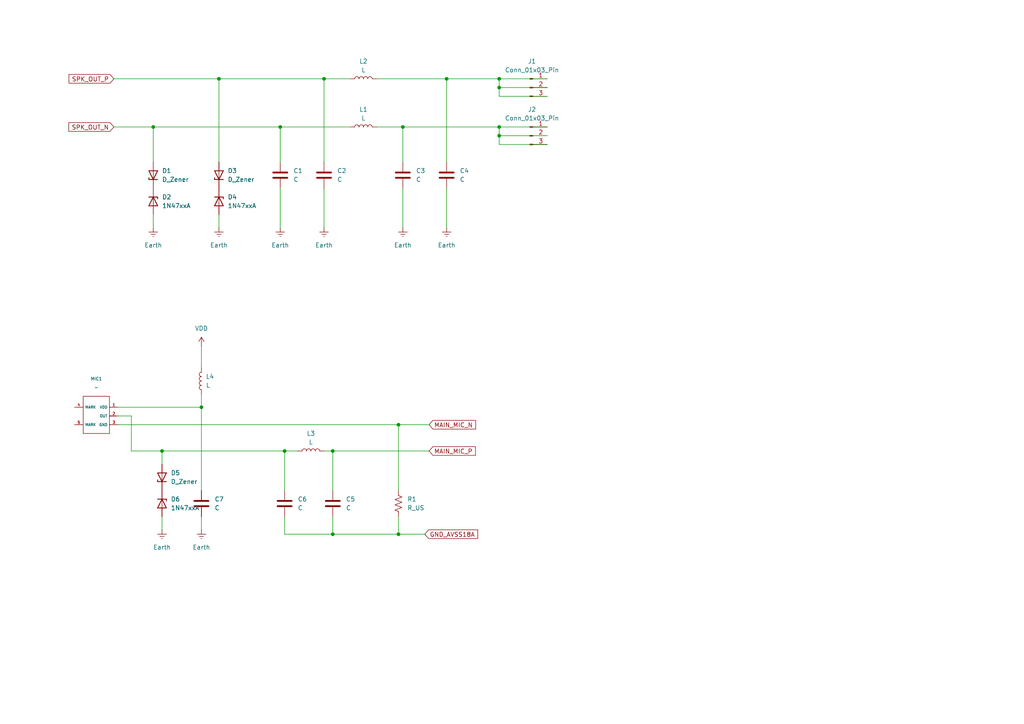
<source format=kicad_sch>
(kicad_sch
	(version 20250114)
	(generator "eeschema")
	(generator_version "9.0")
	(uuid "ccbd5fc8-cc7d-419b-8512-cfca8bce4a65")
	(paper "A4")
	(lib_symbols
		(symbol "Connector:Conn_01x03_Pin"
			(pin_names
				(offset 1.016)
				(hide yes)
			)
			(exclude_from_sim no)
			(in_bom yes)
			(on_board yes)
			(property "Reference" "J"
				(at 0 5.08 0)
				(effects
					(font
						(size 1.27 1.27)
					)
				)
			)
			(property "Value" "Conn_01x03_Pin"
				(at 0 -5.08 0)
				(effects
					(font
						(size 1.27 1.27)
					)
				)
			)
			(property "Footprint" ""
				(at 0 0 0)
				(effects
					(font
						(size 1.27 1.27)
					)
					(hide yes)
				)
			)
			(property "Datasheet" "~"
				(at 0 0 0)
				(effects
					(font
						(size 1.27 1.27)
					)
					(hide yes)
				)
			)
			(property "Description" "Generic connector, single row, 01x03, script generated"
				(at 0 0 0)
				(effects
					(font
						(size 1.27 1.27)
					)
					(hide yes)
				)
			)
			(property "ki_locked" ""
				(at 0 0 0)
				(effects
					(font
						(size 1.27 1.27)
					)
				)
			)
			(property "ki_keywords" "connector"
				(at 0 0 0)
				(effects
					(font
						(size 1.27 1.27)
					)
					(hide yes)
				)
			)
			(property "ki_fp_filters" "Connector*:*_1x??_*"
				(at 0 0 0)
				(effects
					(font
						(size 1.27 1.27)
					)
					(hide yes)
				)
			)
			(symbol "Conn_01x03_Pin_1_1"
				(rectangle
					(start 0.8636 2.667)
					(end 0 2.413)
					(stroke
						(width 0.1524)
						(type default)
					)
					(fill
						(type outline)
					)
				)
				(rectangle
					(start 0.8636 0.127)
					(end 0 -0.127)
					(stroke
						(width 0.1524)
						(type default)
					)
					(fill
						(type outline)
					)
				)
				(rectangle
					(start 0.8636 -2.413)
					(end 0 -2.667)
					(stroke
						(width 0.1524)
						(type default)
					)
					(fill
						(type outline)
					)
				)
				(polyline
					(pts
						(xy 1.27 2.54) (xy 0.8636 2.54)
					)
					(stroke
						(width 0.1524)
						(type default)
					)
					(fill
						(type none)
					)
				)
				(polyline
					(pts
						(xy 1.27 0) (xy 0.8636 0)
					)
					(stroke
						(width 0.1524)
						(type default)
					)
					(fill
						(type none)
					)
				)
				(polyline
					(pts
						(xy 1.27 -2.54) (xy 0.8636 -2.54)
					)
					(stroke
						(width 0.1524)
						(type default)
					)
					(fill
						(type none)
					)
				)
				(pin passive line
					(at 5.08 2.54 180)
					(length 3.81)
					(name "Pin_1"
						(effects
							(font
								(size 1.27 1.27)
							)
						)
					)
					(number "1"
						(effects
							(font
								(size 1.27 1.27)
							)
						)
					)
				)
				(pin passive line
					(at 5.08 0 180)
					(length 3.81)
					(name "Pin_2"
						(effects
							(font
								(size 1.27 1.27)
							)
						)
					)
					(number "2"
						(effects
							(font
								(size 1.27 1.27)
							)
						)
					)
				)
				(pin passive line
					(at 5.08 -2.54 180)
					(length 3.81)
					(name "Pin_3"
						(effects
							(font
								(size 1.27 1.27)
							)
						)
					)
					(number "3"
						(effects
							(font
								(size 1.27 1.27)
							)
						)
					)
				)
			)
			(embedded_fonts no)
		)
		(symbol "Device:C"
			(pin_numbers
				(hide yes)
			)
			(pin_names
				(offset 0.254)
			)
			(exclude_from_sim no)
			(in_bom yes)
			(on_board yes)
			(property "Reference" "C"
				(at 0.635 2.54 0)
				(effects
					(font
						(size 1.27 1.27)
					)
					(justify left)
				)
			)
			(property "Value" "C"
				(at 0.635 -2.54 0)
				(effects
					(font
						(size 1.27 1.27)
					)
					(justify left)
				)
			)
			(property "Footprint" ""
				(at 0.9652 -3.81 0)
				(effects
					(font
						(size 1.27 1.27)
					)
					(hide yes)
				)
			)
			(property "Datasheet" "~"
				(at 0 0 0)
				(effects
					(font
						(size 1.27 1.27)
					)
					(hide yes)
				)
			)
			(property "Description" "Unpolarized capacitor"
				(at 0 0 0)
				(effects
					(font
						(size 1.27 1.27)
					)
					(hide yes)
				)
			)
			(property "ki_keywords" "cap capacitor"
				(at 0 0 0)
				(effects
					(font
						(size 1.27 1.27)
					)
					(hide yes)
				)
			)
			(property "ki_fp_filters" "C_*"
				(at 0 0 0)
				(effects
					(font
						(size 1.27 1.27)
					)
					(hide yes)
				)
			)
			(symbol "C_0_1"
				(polyline
					(pts
						(xy -2.032 0.762) (xy 2.032 0.762)
					)
					(stroke
						(width 0.508)
						(type default)
					)
					(fill
						(type none)
					)
				)
				(polyline
					(pts
						(xy -2.032 -0.762) (xy 2.032 -0.762)
					)
					(stroke
						(width 0.508)
						(type default)
					)
					(fill
						(type none)
					)
				)
			)
			(symbol "C_1_1"
				(pin passive line
					(at 0 3.81 270)
					(length 2.794)
					(name "~"
						(effects
							(font
								(size 1.27 1.27)
							)
						)
					)
					(number "1"
						(effects
							(font
								(size 1.27 1.27)
							)
						)
					)
				)
				(pin passive line
					(at 0 -3.81 90)
					(length 2.794)
					(name "~"
						(effects
							(font
								(size 1.27 1.27)
							)
						)
					)
					(number "2"
						(effects
							(font
								(size 1.27 1.27)
							)
						)
					)
				)
			)
			(embedded_fonts no)
		)
		(symbol "Device:D_Zener"
			(pin_numbers
				(hide yes)
			)
			(pin_names
				(offset 1.016)
				(hide yes)
			)
			(exclude_from_sim no)
			(in_bom yes)
			(on_board yes)
			(property "Reference" "D"
				(at 0 2.54 0)
				(effects
					(font
						(size 1.27 1.27)
					)
				)
			)
			(property "Value" "D_Zener"
				(at 0 -2.54 0)
				(effects
					(font
						(size 1.27 1.27)
					)
				)
			)
			(property "Footprint" ""
				(at 0 0 0)
				(effects
					(font
						(size 1.27 1.27)
					)
					(hide yes)
				)
			)
			(property "Datasheet" "~"
				(at 0 0 0)
				(effects
					(font
						(size 1.27 1.27)
					)
					(hide yes)
				)
			)
			(property "Description" "Zener diode"
				(at 0 0 0)
				(effects
					(font
						(size 1.27 1.27)
					)
					(hide yes)
				)
			)
			(property "ki_keywords" "diode"
				(at 0 0 0)
				(effects
					(font
						(size 1.27 1.27)
					)
					(hide yes)
				)
			)
			(property "ki_fp_filters" "TO-???* *_Diode_* *SingleDiode* D_*"
				(at 0 0 0)
				(effects
					(font
						(size 1.27 1.27)
					)
					(hide yes)
				)
			)
			(symbol "D_Zener_0_1"
				(polyline
					(pts
						(xy -1.27 -1.27) (xy -1.27 1.27) (xy -0.762 1.27)
					)
					(stroke
						(width 0.254)
						(type default)
					)
					(fill
						(type none)
					)
				)
				(polyline
					(pts
						(xy 1.27 0) (xy -1.27 0)
					)
					(stroke
						(width 0)
						(type default)
					)
					(fill
						(type none)
					)
				)
				(polyline
					(pts
						(xy 1.27 -1.27) (xy 1.27 1.27) (xy -1.27 0) (xy 1.27 -1.27)
					)
					(stroke
						(width 0.254)
						(type default)
					)
					(fill
						(type none)
					)
				)
			)
			(symbol "D_Zener_1_1"
				(pin passive line
					(at -3.81 0 0)
					(length 2.54)
					(name "K"
						(effects
							(font
								(size 1.27 1.27)
							)
						)
					)
					(number "1"
						(effects
							(font
								(size 1.27 1.27)
							)
						)
					)
				)
				(pin passive line
					(at 3.81 0 180)
					(length 2.54)
					(name "A"
						(effects
							(font
								(size 1.27 1.27)
							)
						)
					)
					(number "2"
						(effects
							(font
								(size 1.27 1.27)
							)
						)
					)
				)
			)
			(embedded_fonts no)
		)
		(symbol "Device:L"
			(pin_numbers
				(hide yes)
			)
			(pin_names
				(offset 1.016)
				(hide yes)
			)
			(exclude_from_sim no)
			(in_bom yes)
			(on_board yes)
			(property "Reference" "L"
				(at -1.27 0 90)
				(effects
					(font
						(size 1.27 1.27)
					)
				)
			)
			(property "Value" "L"
				(at 1.905 0 90)
				(effects
					(font
						(size 1.27 1.27)
					)
				)
			)
			(property "Footprint" ""
				(at 0 0 0)
				(effects
					(font
						(size 1.27 1.27)
					)
					(hide yes)
				)
			)
			(property "Datasheet" "~"
				(at 0 0 0)
				(effects
					(font
						(size 1.27 1.27)
					)
					(hide yes)
				)
			)
			(property "Description" "Inductor"
				(at 0 0 0)
				(effects
					(font
						(size 1.27 1.27)
					)
					(hide yes)
				)
			)
			(property "ki_keywords" "inductor choke coil reactor magnetic"
				(at 0 0 0)
				(effects
					(font
						(size 1.27 1.27)
					)
					(hide yes)
				)
			)
			(property "ki_fp_filters" "Choke_* *Coil* Inductor_* L_*"
				(at 0 0 0)
				(effects
					(font
						(size 1.27 1.27)
					)
					(hide yes)
				)
			)
			(symbol "L_0_1"
				(arc
					(start 0 2.54)
					(mid 0.6323 1.905)
					(end 0 1.27)
					(stroke
						(width 0)
						(type default)
					)
					(fill
						(type none)
					)
				)
				(arc
					(start 0 1.27)
					(mid 0.6323 0.635)
					(end 0 0)
					(stroke
						(width 0)
						(type default)
					)
					(fill
						(type none)
					)
				)
				(arc
					(start 0 0)
					(mid 0.6323 -0.635)
					(end 0 -1.27)
					(stroke
						(width 0)
						(type default)
					)
					(fill
						(type none)
					)
				)
				(arc
					(start 0 -1.27)
					(mid 0.6323 -1.905)
					(end 0 -2.54)
					(stroke
						(width 0)
						(type default)
					)
					(fill
						(type none)
					)
				)
			)
			(symbol "L_1_1"
				(pin passive line
					(at 0 3.81 270)
					(length 1.27)
					(name "1"
						(effects
							(font
								(size 1.27 1.27)
							)
						)
					)
					(number "1"
						(effects
							(font
								(size 1.27 1.27)
							)
						)
					)
				)
				(pin passive line
					(at 0 -3.81 90)
					(length 1.27)
					(name "2"
						(effects
							(font
								(size 1.27 1.27)
							)
						)
					)
					(number "2"
						(effects
							(font
								(size 1.27 1.27)
							)
						)
					)
				)
			)
			(embedded_fonts no)
		)
		(symbol "Device:R_US"
			(pin_numbers
				(hide yes)
			)
			(pin_names
				(offset 0)
			)
			(exclude_from_sim no)
			(in_bom yes)
			(on_board yes)
			(property "Reference" "R"
				(at 2.54 0 90)
				(effects
					(font
						(size 1.27 1.27)
					)
				)
			)
			(property "Value" "R_US"
				(at -2.54 0 90)
				(effects
					(font
						(size 1.27 1.27)
					)
				)
			)
			(property "Footprint" ""
				(at 1.016 -0.254 90)
				(effects
					(font
						(size 1.27 1.27)
					)
					(hide yes)
				)
			)
			(property "Datasheet" "~"
				(at 0 0 0)
				(effects
					(font
						(size 1.27 1.27)
					)
					(hide yes)
				)
			)
			(property "Description" "Resistor, US symbol"
				(at 0 0 0)
				(effects
					(font
						(size 1.27 1.27)
					)
					(hide yes)
				)
			)
			(property "ki_keywords" "R res resistor"
				(at 0 0 0)
				(effects
					(font
						(size 1.27 1.27)
					)
					(hide yes)
				)
			)
			(property "ki_fp_filters" "R_*"
				(at 0 0 0)
				(effects
					(font
						(size 1.27 1.27)
					)
					(hide yes)
				)
			)
			(symbol "R_US_0_1"
				(polyline
					(pts
						(xy 0 2.286) (xy 0 2.54)
					)
					(stroke
						(width 0)
						(type default)
					)
					(fill
						(type none)
					)
				)
				(polyline
					(pts
						(xy 0 2.286) (xy 1.016 1.905) (xy 0 1.524) (xy -1.016 1.143) (xy 0 0.762)
					)
					(stroke
						(width 0)
						(type default)
					)
					(fill
						(type none)
					)
				)
				(polyline
					(pts
						(xy 0 0.762) (xy 1.016 0.381) (xy 0 0) (xy -1.016 -0.381) (xy 0 -0.762)
					)
					(stroke
						(width 0)
						(type default)
					)
					(fill
						(type none)
					)
				)
				(polyline
					(pts
						(xy 0 -0.762) (xy 1.016 -1.143) (xy 0 -1.524) (xy -1.016 -1.905) (xy 0 -2.286)
					)
					(stroke
						(width 0)
						(type default)
					)
					(fill
						(type none)
					)
				)
				(polyline
					(pts
						(xy 0 -2.286) (xy 0 -2.54)
					)
					(stroke
						(width 0)
						(type default)
					)
					(fill
						(type none)
					)
				)
			)
			(symbol "R_US_1_1"
				(pin passive line
					(at 0 3.81 270)
					(length 1.27)
					(name "~"
						(effects
							(font
								(size 1.27 1.27)
							)
						)
					)
					(number "1"
						(effects
							(font
								(size 1.27 1.27)
							)
						)
					)
				)
				(pin passive line
					(at 0 -3.81 90)
					(length 1.27)
					(name "~"
						(effects
							(font
								(size 1.27 1.27)
							)
						)
					)
					(number "2"
						(effects
							(font
								(size 1.27 1.27)
							)
						)
					)
				)
			)
			(embedded_fonts no)
		)
		(symbol "Diode:1N47xxA"
			(pin_numbers
				(hide yes)
			)
			(pin_names
				(hide yes)
			)
			(exclude_from_sim no)
			(in_bom yes)
			(on_board yes)
			(property "Reference" "D"
				(at 0 2.54 0)
				(effects
					(font
						(size 1.27 1.27)
					)
				)
			)
			(property "Value" "1N47xxA"
				(at 0 -2.54 0)
				(effects
					(font
						(size 1.27 1.27)
					)
				)
			)
			(property "Footprint" "Diode_THT:D_DO-41_SOD81_P10.16mm_Horizontal"
				(at 0 -4.445 0)
				(effects
					(font
						(size 1.27 1.27)
					)
					(hide yes)
				)
			)
			(property "Datasheet" "https://www.vishay.com/docs/85816/1n4728a.pdf"
				(at 0 0 0)
				(effects
					(font
						(size 1.27 1.27)
					)
					(hide yes)
				)
			)
			(property "Description" "1300mW Silicon planar power Zener diodes, DO-41"
				(at 0 0 0)
				(effects
					(font
						(size 1.27 1.27)
					)
					(hide yes)
				)
			)
			(property "ki_keywords" "zener diode"
				(at 0 0 0)
				(effects
					(font
						(size 1.27 1.27)
					)
					(hide yes)
				)
			)
			(property "ki_fp_filters" "D*DO?41*"
				(at 0 0 0)
				(effects
					(font
						(size 1.27 1.27)
					)
					(hide yes)
				)
			)
			(symbol "1N47xxA_0_1"
				(polyline
					(pts
						(xy -1.27 -1.27) (xy -1.27 1.27) (xy -0.762 1.27)
					)
					(stroke
						(width 0.254)
						(type default)
					)
					(fill
						(type none)
					)
				)
				(polyline
					(pts
						(xy 1.27 0) (xy -1.27 0)
					)
					(stroke
						(width 0)
						(type default)
					)
					(fill
						(type none)
					)
				)
				(polyline
					(pts
						(xy 1.27 -1.27) (xy 1.27 1.27) (xy -1.27 0) (xy 1.27 -1.27)
					)
					(stroke
						(width 0.254)
						(type default)
					)
					(fill
						(type none)
					)
				)
			)
			(symbol "1N47xxA_1_1"
				(pin passive line
					(at -3.81 0 0)
					(length 2.54)
					(name "K"
						(effects
							(font
								(size 1.27 1.27)
							)
						)
					)
					(number "1"
						(effects
							(font
								(size 1.27 1.27)
							)
						)
					)
				)
				(pin passive line
					(at 3.81 0 180)
					(length 2.54)
					(name "A"
						(effects
							(font
								(size 1.27 1.27)
							)
						)
					)
					(number "2"
						(effects
							(font
								(size 1.27 1.27)
							)
						)
					)
				)
			)
			(embedded_fonts no)
		)
		(symbol "New_Library:Microphone"
			(exclude_from_sim no)
			(in_bom yes)
			(on_board yes)
			(property "Reference" "MIC5000"
				(at 0 14.605 0)
				(effects
					(font
						(size 0.889 0.889)
					)
				)
			)
			(property "Value" ""
				(at 0 0 0)
				(effects
					(font
						(size 1.27 1.27)
					)
				)
			)
			(property "Footprint" ""
				(at 0 0 0)
				(effects
					(font
						(size 1.27 1.27)
					)
					(hide yes)
				)
			)
			(property "Datasheet" ""
				(at 0 0 0)
				(effects
					(font
						(size 1.27 1.27)
					)
					(hide yes)
				)
			)
			(property "Description" ""
				(at 0 0 0)
				(effects
					(font
						(size 1.27 1.27)
					)
					(hide yes)
				)
			)
			(symbol "Microphone_0_1"
				(polyline
					(pts
						(xy -3.81 9.525) (xy -5.715 9.525)
					)
					(stroke
						(width 0)
						(type default)
					)
					(fill
						(type none)
					)
				)
				(polyline
					(pts
						(xy -3.81 4.445) (xy -5.715 4.445)
					)
					(stroke
						(width 0)
						(type default)
					)
					(fill
						(type none)
					)
				)
				(polyline
					(pts
						(xy -3.81 1.905) (xy -3.81 12.7) (xy 3.81 12.7) (xy 3.81 1.905) (xy -3.81 1.905) (xy -3.81 2.54)
					)
					(stroke
						(width 0)
						(type default)
					)
					(fill
						(type none)
					)
				)
				(polyline
					(pts
						(xy 3.81 9.525) (xy 5.715 9.525)
					)
					(stroke
						(width 0)
						(type default)
					)
					(fill
						(type none)
					)
				)
				(polyline
					(pts
						(xy 3.81 6.985) (xy 5.715 6.985)
					)
					(stroke
						(width 0)
						(type default)
					)
					(fill
						(type none)
					)
				)
				(polyline
					(pts
						(xy 3.81 4.445) (xy 3.81 4.445)
					)
					(stroke
						(width 0)
						(type default)
					)
					(fill
						(type none)
					)
				)
				(polyline
					(pts
						(xy 3.81 4.445) (xy 5.715 4.445)
					)
					(stroke
						(width 0)
						(type default)
					)
					(fill
						(type none)
					)
				)
				(polyline
					(pts
						(xy 5.715 4.445) (xy 5.715 4.445)
					)
					(stroke
						(width 0)
						(type default)
					)
					(fill
						(type none)
					)
				)
			)
			(symbol "Microphone_1_1"
				(pin free line
					(at -6.35 9.525 0)
					(length 2.54)
					(name "MARK"
						(effects
							(font
								(size 0.762 0.762)
							)
						)
					)
					(number "4"
						(effects
							(font
								(size 0.762 0.762)
							)
						)
					)
				)
				(pin free line
					(at -6.35 4.445 0)
					(length 2.54)
					(name "MARK"
						(effects
							(font
								(size 0.762 0.762)
							)
						)
					)
					(number "5"
						(effects
							(font
								(size 0.762 0.762)
							)
						)
					)
				)
				(pin input line
					(at 6.35 9.525 180)
					(length 2.54)
					(name "VDD"
						(effects
							(font
								(size 0.762 0.762)
							)
						)
					)
					(number "1"
						(effects
							(font
								(size 0.762 0.762)
							)
						)
					)
				)
				(pin input line
					(at 6.35 6.985 180)
					(length 2.54)
					(name "OUT"
						(effects
							(font
								(size 0.762 0.762)
							)
						)
					)
					(number "2"
						(effects
							(font
								(size 0.762 0.762)
							)
						)
					)
				)
				(pin input line
					(at 6.35 4.445 180)
					(length 2.54)
					(name "GND"
						(effects
							(font
								(size 0.762 0.762)
							)
						)
					)
					(number "3"
						(effects
							(font
								(size 0.762 0.762)
							)
						)
					)
				)
			)
			(embedded_fonts no)
		)
		(symbol "power:Earth"
			(power)
			(pin_numbers
				(hide yes)
			)
			(pin_names
				(offset 0)
				(hide yes)
			)
			(exclude_from_sim no)
			(in_bom yes)
			(on_board yes)
			(property "Reference" "#PWR"
				(at 0 -6.35 0)
				(effects
					(font
						(size 1.27 1.27)
					)
					(hide yes)
				)
			)
			(property "Value" "Earth"
				(at 0 -3.81 0)
				(effects
					(font
						(size 1.27 1.27)
					)
				)
			)
			(property "Footprint" ""
				(at 0 0 0)
				(effects
					(font
						(size 1.27 1.27)
					)
					(hide yes)
				)
			)
			(property "Datasheet" "~"
				(at 0 0 0)
				(effects
					(font
						(size 1.27 1.27)
					)
					(hide yes)
				)
			)
			(property "Description" "Power symbol creates a global label with name \"Earth\""
				(at 0 0 0)
				(effects
					(font
						(size 1.27 1.27)
					)
					(hide yes)
				)
			)
			(property "ki_keywords" "global ground gnd"
				(at 0 0 0)
				(effects
					(font
						(size 1.27 1.27)
					)
					(hide yes)
				)
			)
			(symbol "Earth_0_1"
				(polyline
					(pts
						(xy -0.635 -1.905) (xy 0.635 -1.905)
					)
					(stroke
						(width 0)
						(type default)
					)
					(fill
						(type none)
					)
				)
				(polyline
					(pts
						(xy -0.127 -2.54) (xy 0.127 -2.54)
					)
					(stroke
						(width 0)
						(type default)
					)
					(fill
						(type none)
					)
				)
				(polyline
					(pts
						(xy 0 -1.27) (xy 0 0)
					)
					(stroke
						(width 0)
						(type default)
					)
					(fill
						(type none)
					)
				)
				(polyline
					(pts
						(xy 1.27 -1.27) (xy -1.27 -1.27)
					)
					(stroke
						(width 0)
						(type default)
					)
					(fill
						(type none)
					)
				)
			)
			(symbol "Earth_1_1"
				(pin power_in line
					(at 0 0 270)
					(length 0)
					(name "~"
						(effects
							(font
								(size 1.27 1.27)
							)
						)
					)
					(number "1"
						(effects
							(font
								(size 1.27 1.27)
							)
						)
					)
				)
			)
			(embedded_fonts no)
		)
		(symbol "power:VDD"
			(power)
			(pin_numbers
				(hide yes)
			)
			(pin_names
				(offset 0)
				(hide yes)
			)
			(exclude_from_sim no)
			(in_bom yes)
			(on_board yes)
			(property "Reference" "#PWR"
				(at 0 -3.81 0)
				(effects
					(font
						(size 1.27 1.27)
					)
					(hide yes)
				)
			)
			(property "Value" "VDD"
				(at 0 3.556 0)
				(effects
					(font
						(size 1.27 1.27)
					)
				)
			)
			(property "Footprint" ""
				(at 0 0 0)
				(effects
					(font
						(size 1.27 1.27)
					)
					(hide yes)
				)
			)
			(property "Datasheet" ""
				(at 0 0 0)
				(effects
					(font
						(size 1.27 1.27)
					)
					(hide yes)
				)
			)
			(property "Description" "Power symbol creates a global label with name \"VDD\""
				(at 0 0 0)
				(effects
					(font
						(size 1.27 1.27)
					)
					(hide yes)
				)
			)
			(property "ki_keywords" "global power"
				(at 0 0 0)
				(effects
					(font
						(size 1.27 1.27)
					)
					(hide yes)
				)
			)
			(symbol "VDD_0_1"
				(polyline
					(pts
						(xy -0.762 1.27) (xy 0 2.54)
					)
					(stroke
						(width 0)
						(type default)
					)
					(fill
						(type none)
					)
				)
				(polyline
					(pts
						(xy 0 2.54) (xy 0.762 1.27)
					)
					(stroke
						(width 0)
						(type default)
					)
					(fill
						(type none)
					)
				)
				(polyline
					(pts
						(xy 0 0) (xy 0 2.54)
					)
					(stroke
						(width 0)
						(type default)
					)
					(fill
						(type none)
					)
				)
			)
			(symbol "VDD_1_1"
				(pin power_in line
					(at 0 0 90)
					(length 0)
					(name "~"
						(effects
							(font
								(size 1.27 1.27)
							)
						)
					)
					(number "1"
						(effects
							(font
								(size 1.27 1.27)
							)
						)
					)
				)
			)
			(embedded_fonts no)
		)
	)
	(junction
		(at 144.78 22.86)
		(diameter 0)
		(color 0 0 0 0)
		(uuid "0c82f2ad-0a5d-41aa-a208-a1a24f78c0e4")
	)
	(junction
		(at 58.42 118.11)
		(diameter 0)
		(color 0 0 0 0)
		(uuid "129130bc-57b8-4c25-b091-6377b83d7e20")
	)
	(junction
		(at 129.54 22.86)
		(diameter 0)
		(color 0 0 0 0)
		(uuid "14b48e79-8e81-4bed-8a2a-e991d5d3cef9")
	)
	(junction
		(at 96.52 154.94)
		(diameter 0)
		(color 0 0 0 0)
		(uuid "33aa0698-3156-464a-9696-dd16aba6167c")
	)
	(junction
		(at 144.78 39.37)
		(diameter 0)
		(color 0 0 0 0)
		(uuid "3c81be79-0004-4665-b4e4-5c7cc39f8c2e")
	)
	(junction
		(at 96.52 130.81)
		(diameter 0)
		(color 0 0 0 0)
		(uuid "663d211e-6c31-4bf6-82b6-35cc7df9b7b9")
	)
	(junction
		(at 144.78 25.4)
		(diameter 0)
		(color 0 0 0 0)
		(uuid "7f9d60b4-56de-432d-8a6e-b9e5707d3467")
	)
	(junction
		(at 115.57 123.19)
		(diameter 0)
		(color 0 0 0 0)
		(uuid "a5c05074-4e46-4c40-ac87-1980e284a174")
	)
	(junction
		(at 93.98 22.86)
		(diameter 0)
		(color 0 0 0 0)
		(uuid "b6d2e634-7be7-42d5-80fb-02712db1f331")
	)
	(junction
		(at 82.55 130.81)
		(diameter 0)
		(color 0 0 0 0)
		(uuid "bf830852-bea0-4cd8-8166-8260c74e802e")
	)
	(junction
		(at 81.28 36.83)
		(diameter 0)
		(color 0 0 0 0)
		(uuid "c4ceb24c-505d-4292-8091-d870e515b272")
	)
	(junction
		(at 63.5 22.86)
		(diameter 0)
		(color 0 0 0 0)
		(uuid "d11d6949-7f12-41ee-b316-3900aa45405a")
	)
	(junction
		(at 144.78 36.83)
		(diameter 0)
		(color 0 0 0 0)
		(uuid "d99854f6-056b-4d68-8288-23bfd84649c7")
	)
	(junction
		(at 115.57 154.94)
		(diameter 0)
		(color 0 0 0 0)
		(uuid "e4a48d7d-9c8f-4038-bbb7-077cd5cd8d37")
	)
	(junction
		(at 46.99 130.81)
		(diameter 0)
		(color 0 0 0 0)
		(uuid "eea3be03-9d88-44d7-935b-d7638767fe46")
	)
	(junction
		(at 116.84 36.83)
		(diameter 0)
		(color 0 0 0 0)
		(uuid "efb0e1f2-e30b-4adc-a56b-4d6b0e7eaaac")
	)
	(junction
		(at 44.45 36.83)
		(diameter 0)
		(color 0 0 0 0)
		(uuid "fcc0eb90-a90b-4370-878c-a57fce14fe38")
	)
	(wire
		(pts
			(xy 116.84 54.61) (xy 116.84 66.04)
		)
		(stroke
			(width 0)
			(type default)
		)
		(uuid "09d90053-0488-44f9-982e-9b9937303820")
	)
	(wire
		(pts
			(xy 93.98 130.81) (xy 96.52 130.81)
		)
		(stroke
			(width 0)
			(type default)
		)
		(uuid "0b83c0fd-0879-4c4d-bb69-9affb336cf3a")
	)
	(wire
		(pts
			(xy 44.45 62.23) (xy 44.45 66.04)
		)
		(stroke
			(width 0)
			(type default)
		)
		(uuid "19689c7f-4253-477b-9582-19a7cbe81edc")
	)
	(wire
		(pts
			(xy 58.42 118.11) (xy 58.42 142.24)
		)
		(stroke
			(width 0)
			(type default)
		)
		(uuid "2579c892-2dbe-42f8-9ae9-a535f854372d")
	)
	(wire
		(pts
			(xy 144.78 25.4) (xy 158.75 25.4)
		)
		(stroke
			(width 0)
			(type default)
		)
		(uuid "28a3338b-6b1b-45d6-96c7-255eedadcff3")
	)
	(wire
		(pts
			(xy 109.22 36.83) (xy 116.84 36.83)
		)
		(stroke
			(width 0)
			(type default)
		)
		(uuid "2a530863-e4c5-4473-9dbb-21fa0f504052")
	)
	(wire
		(pts
			(xy 144.78 22.86) (xy 158.75 22.86)
		)
		(stroke
			(width 0)
			(type default)
		)
		(uuid "2dd7c9cf-e386-418a-a7d5-179a27e0e13a")
	)
	(wire
		(pts
			(xy 33.02 22.86) (xy 63.5 22.86)
		)
		(stroke
			(width 0)
			(type default)
		)
		(uuid "3126fea9-32f8-4b4e-ba42-2466abaec188")
	)
	(wire
		(pts
			(xy 58.42 149.86) (xy 58.42 153.67)
		)
		(stroke
			(width 0)
			(type default)
		)
		(uuid "313c872e-41ae-4bff-914c-21f9b6cb6b91")
	)
	(wire
		(pts
			(xy 93.98 54.61) (xy 93.98 66.04)
		)
		(stroke
			(width 0)
			(type default)
		)
		(uuid "32378ce3-8dfb-49d6-97a7-428e184532a3")
	)
	(wire
		(pts
			(xy 96.52 154.94) (xy 82.55 154.94)
		)
		(stroke
			(width 0)
			(type default)
		)
		(uuid "37275db6-9977-489c-957b-106c0112c094")
	)
	(wire
		(pts
			(xy 63.5 22.86) (xy 93.98 22.86)
		)
		(stroke
			(width 0)
			(type default)
		)
		(uuid "3b3da0c0-26fc-4537-a150-5f5461486568")
	)
	(wire
		(pts
			(xy 93.98 22.86) (xy 101.6 22.86)
		)
		(stroke
			(width 0)
			(type default)
		)
		(uuid "3e416c8e-9be0-4220-ad4b-6e2591446195")
	)
	(wire
		(pts
			(xy 81.28 36.83) (xy 101.6 36.83)
		)
		(stroke
			(width 0)
			(type default)
		)
		(uuid "42f6b7d2-539f-48ce-b61f-debd791ab2ea")
	)
	(wire
		(pts
			(xy 144.78 27.94) (xy 158.75 27.94)
		)
		(stroke
			(width 0)
			(type default)
		)
		(uuid "4429c497-e5ad-43f2-a4a9-df1f21746885")
	)
	(wire
		(pts
			(xy 82.55 130.81) (xy 82.55 142.24)
		)
		(stroke
			(width 0)
			(type default)
		)
		(uuid "46eaf95a-2822-4755-a66c-31c7806bb295")
	)
	(wire
		(pts
			(xy 46.99 130.81) (xy 82.55 130.81)
		)
		(stroke
			(width 0)
			(type default)
		)
		(uuid "48cfd1fe-97ca-489a-88d0-fa16b39d4f0d")
	)
	(wire
		(pts
			(xy 158.75 39.37) (xy 144.78 39.37)
		)
		(stroke
			(width 0)
			(type default)
		)
		(uuid "49e45850-a25e-45bf-92af-99f9f32a37ba")
	)
	(wire
		(pts
			(xy 115.57 123.19) (xy 124.46 123.19)
		)
		(stroke
			(width 0)
			(type default)
		)
		(uuid "4c42f02b-56ff-4af6-979b-3d6b0deb21b9")
	)
	(wire
		(pts
			(xy 44.45 36.83) (xy 81.28 36.83)
		)
		(stroke
			(width 0)
			(type default)
		)
		(uuid "4f947a36-d730-4625-b072-61a17ade420e")
	)
	(wire
		(pts
			(xy 115.57 149.86) (xy 115.57 154.94)
		)
		(stroke
			(width 0)
			(type default)
		)
		(uuid "56ac5023-52ad-4a5e-b1f4-243ce88edac1")
	)
	(wire
		(pts
			(xy 44.45 36.83) (xy 44.45 46.99)
		)
		(stroke
			(width 0)
			(type default)
		)
		(uuid "578ae09f-9cad-4cd0-8687-32e9f8c2028b")
	)
	(wire
		(pts
			(xy 123.19 154.94) (xy 115.57 154.94)
		)
		(stroke
			(width 0)
			(type default)
		)
		(uuid "5af5befb-ef1b-4a7a-babc-5d5fcc98d336")
	)
	(wire
		(pts
			(xy 63.5 62.23) (xy 63.5 66.04)
		)
		(stroke
			(width 0)
			(type default)
		)
		(uuid "68a667f8-c51d-49cb-a201-415fce77bf2d")
	)
	(wire
		(pts
			(xy 81.28 36.83) (xy 81.28 46.99)
		)
		(stroke
			(width 0)
			(type default)
		)
		(uuid "6d04075b-71b7-4cae-b5f9-a629404ecc81")
	)
	(wire
		(pts
			(xy 34.29 123.19) (xy 115.57 123.19)
		)
		(stroke
			(width 0)
			(type default)
		)
		(uuid "6f4d7f5b-b1ba-4116-b874-90750ad05657")
	)
	(wire
		(pts
			(xy 144.78 41.91) (xy 144.78 39.37)
		)
		(stroke
			(width 0)
			(type default)
		)
		(uuid "757f4237-ca9e-49bd-88d2-9b6036db6d96")
	)
	(wire
		(pts
			(xy 158.75 41.91) (xy 144.78 41.91)
		)
		(stroke
			(width 0)
			(type default)
		)
		(uuid "7615c3c9-3e82-4c3b-91fb-955857ffab9d")
	)
	(wire
		(pts
			(xy 129.54 54.61) (xy 129.54 66.04)
		)
		(stroke
			(width 0)
			(type default)
		)
		(uuid "7cb8c409-001d-4904-a4f5-6abc656bf39d")
	)
	(wire
		(pts
			(xy 81.28 54.61) (xy 81.28 66.04)
		)
		(stroke
			(width 0)
			(type default)
		)
		(uuid "7d42a7c5-ca76-4337-9dc4-5dc41d18edab")
	)
	(wire
		(pts
			(xy 63.5 22.86) (xy 63.5 46.99)
		)
		(stroke
			(width 0)
			(type default)
		)
		(uuid "8b2b94eb-fde7-4075-a07c-a92e234eecd3")
	)
	(wire
		(pts
			(xy 144.78 22.86) (xy 129.54 22.86)
		)
		(stroke
			(width 0)
			(type default)
		)
		(uuid "8bf7e5de-a601-40b0-bd57-a5c1ab8cd782")
	)
	(wire
		(pts
			(xy 82.55 154.94) (xy 82.55 149.86)
		)
		(stroke
			(width 0)
			(type default)
		)
		(uuid "8f3684d3-4356-4eff-a94f-16127dd5c164")
	)
	(wire
		(pts
			(xy 46.99 149.86) (xy 46.99 153.67)
		)
		(stroke
			(width 0)
			(type default)
		)
		(uuid "901a53ff-50fe-48e2-895e-c7e7cd3b0096")
	)
	(wire
		(pts
			(xy 34.29 118.11) (xy 58.42 118.11)
		)
		(stroke
			(width 0)
			(type default)
		)
		(uuid "9222be33-589b-4486-b703-52411422536a")
	)
	(wire
		(pts
			(xy 38.1 130.81) (xy 46.99 130.81)
		)
		(stroke
			(width 0)
			(type default)
		)
		(uuid "94fc6902-d704-487c-bb09-198fb86ece40")
	)
	(wire
		(pts
			(xy 38.1 120.65) (xy 38.1 130.81)
		)
		(stroke
			(width 0)
			(type default)
		)
		(uuid "990c8b0a-72d0-43cd-bcc5-f49fce858e89")
	)
	(wire
		(pts
			(xy 46.99 130.81) (xy 46.99 134.62)
		)
		(stroke
			(width 0)
			(type default)
		)
		(uuid "a0b5157c-24a8-4943-9bc6-a676353ebb57")
	)
	(wire
		(pts
			(xy 144.78 39.37) (xy 144.78 36.83)
		)
		(stroke
			(width 0)
			(type default)
		)
		(uuid "a4bc5dda-1c54-4f7e-aad5-8aaadfb628fd")
	)
	(wire
		(pts
			(xy 115.57 154.94) (xy 96.52 154.94)
		)
		(stroke
			(width 0)
			(type default)
		)
		(uuid "b4b7853b-2f63-444d-9760-b2d3649b6a23")
	)
	(wire
		(pts
			(xy 144.78 27.94) (xy 144.78 25.4)
		)
		(stroke
			(width 0)
			(type default)
		)
		(uuid "b71e26e3-e995-49f1-aabb-173a338df530")
	)
	(wire
		(pts
			(xy 93.98 22.86) (xy 93.98 46.99)
		)
		(stroke
			(width 0)
			(type default)
		)
		(uuid "ba553df2-dae4-46f8-8d8d-4723b42368cb")
	)
	(wire
		(pts
			(xy 58.42 114.3) (xy 58.42 118.11)
		)
		(stroke
			(width 0)
			(type default)
		)
		(uuid "bbe3a8eb-548d-4cef-9091-f4e67d75b264")
	)
	(wire
		(pts
			(xy 58.42 100.33) (xy 58.42 106.68)
		)
		(stroke
			(width 0)
			(type default)
		)
		(uuid "bc7a7b68-56ec-4ddd-b694-e760bfb1b07f")
	)
	(wire
		(pts
			(xy 115.57 123.19) (xy 115.57 142.24)
		)
		(stroke
			(width 0)
			(type default)
		)
		(uuid "c06f7292-9dca-458f-b5e4-1cd653dd59d4")
	)
	(wire
		(pts
			(xy 96.52 149.86) (xy 96.52 154.94)
		)
		(stroke
			(width 0)
			(type default)
		)
		(uuid "c64bb327-b074-4c45-b03c-888ed492a172")
	)
	(wire
		(pts
			(xy 144.78 36.83) (xy 158.75 36.83)
		)
		(stroke
			(width 0)
			(type default)
		)
		(uuid "ca1258d6-5779-4982-a456-4452bf596dbc")
	)
	(wire
		(pts
			(xy 96.52 130.81) (xy 96.52 142.24)
		)
		(stroke
			(width 0)
			(type default)
		)
		(uuid "cf17373a-b81b-4761-839d-8d7b4375845a")
	)
	(wire
		(pts
			(xy 34.29 120.65) (xy 38.1 120.65)
		)
		(stroke
			(width 0)
			(type default)
		)
		(uuid "d4dcc552-08f6-4410-aa02-e64b5bbd3f68")
	)
	(wire
		(pts
			(xy 129.54 22.86) (xy 109.22 22.86)
		)
		(stroke
			(width 0)
			(type default)
		)
		(uuid "d833597e-300f-4049-b0c7-ef73f6442e0d")
	)
	(wire
		(pts
			(xy 96.52 130.81) (xy 124.46 130.81)
		)
		(stroke
			(width 0)
			(type default)
		)
		(uuid "d8f856f5-90a7-45ff-9595-5717c98d54e3")
	)
	(wire
		(pts
			(xy 33.02 36.83) (xy 44.45 36.83)
		)
		(stroke
			(width 0)
			(type default)
		)
		(uuid "daa67420-0a27-4015-af65-3e7d39aa9bf5")
	)
	(wire
		(pts
			(xy 116.84 36.83) (xy 116.84 46.99)
		)
		(stroke
			(width 0)
			(type default)
		)
		(uuid "e390d0e3-0363-40ea-bdbd-764efa944c06")
	)
	(wire
		(pts
			(xy 144.78 25.4) (xy 144.78 22.86)
		)
		(stroke
			(width 0)
			(type default)
		)
		(uuid "e7677978-d76f-463b-8326-c63d47f59f23")
	)
	(wire
		(pts
			(xy 116.84 36.83) (xy 144.78 36.83)
		)
		(stroke
			(width 0)
			(type default)
		)
		(uuid "e987d224-c975-4f69-b1ac-40cbd5e5252f")
	)
	(wire
		(pts
			(xy 82.55 130.81) (xy 86.36 130.81)
		)
		(stroke
			(width 0)
			(type default)
		)
		(uuid "f88222be-46a1-45e2-81f9-f2603d28836a")
	)
	(wire
		(pts
			(xy 129.54 22.86) (xy 129.54 46.99)
		)
		(stroke
			(width 0)
			(type default)
		)
		(uuid "fd3b6120-4ed9-42de-bb6d-35b6b02d7a60")
	)
	(global_label "MAIN_MIC_P"
		(shape input)
		(at 124.46 130.81 0)
		(fields_autoplaced yes)
		(effects
			(font
				(size 1.27 1.27)
			)
			(justify left)
		)
		(uuid "080aa45b-9256-4fa2-9587-540e9f9b8554")
		(property "Intersheetrefs" "${INTERSHEET_REFS}"
			(at 138.4519 130.81 0)
			(effects
				(font
					(size 1.27 1.27)
				)
				(justify left)
				(hide yes)
			)
		)
	)
	(global_label "SPK_OUT_P"
		(shape input)
		(at 33.02 22.86 180)
		(fields_autoplaced yes)
		(effects
			(font
				(size 1.27 1.27)
			)
			(justify right)
		)
		(uuid "3baf02be-4832-473f-9d92-d9352885fb18")
		(property "Intersheetrefs" "${INTERSHEET_REFS}"
			(at 19.4515 22.86 0)
			(effects
				(font
					(size 1.27 1.27)
				)
				(justify right)
				(hide yes)
			)
		)
	)
	(global_label "MAIN_MIC_N"
		(shape input)
		(at 124.46 123.19 0)
		(fields_autoplaced yes)
		(effects
			(font
				(size 1.27 1.27)
			)
			(justify left)
		)
		(uuid "6066704f-1c27-423f-8018-50caab023cc1")
		(property "Intersheetrefs" "${INTERSHEET_REFS}"
			(at 138.5124 123.19 0)
			(effects
				(font
					(size 1.27 1.27)
				)
				(justify left)
				(hide yes)
			)
		)
	)
	(global_label "GND_AVSS18A"
		(shape input)
		(at 123.19 154.94 0)
		(fields_autoplaced yes)
		(effects
			(font
				(size 1.27 1.27)
			)
			(justify left)
		)
		(uuid "c0e3bbcb-59b7-4a4d-baf4-e84dff0088ea")
		(property "Intersheetrefs" "${INTERSHEET_REFS}"
			(at 139.1171 154.94 0)
			(effects
				(font
					(size 1.27 1.27)
				)
				(justify left)
				(hide yes)
			)
		)
	)
	(global_label "SPK_OUT_N"
		(shape input)
		(at 33.02 36.83 180)
		(fields_autoplaced yes)
		(effects
			(font
				(size 1.27 1.27)
			)
			(justify right)
		)
		(uuid "c19dbaf8-dbf7-4233-b2a4-307aee493093")
		(property "Intersheetrefs" "${INTERSHEET_REFS}"
			(at 19.391 36.83 0)
			(effects
				(font
					(size 1.27 1.27)
				)
				(justify right)
				(hide yes)
			)
		)
	)
	(symbol
		(lib_id "Diode:1N47xxA")
		(at 63.5 58.42 270)
		(unit 1)
		(exclude_from_sim no)
		(in_bom yes)
		(on_board yes)
		(dnp no)
		(fields_autoplaced yes)
		(uuid "0617f639-c370-49a6-89d3-e05fa5ddd262")
		(property "Reference" "D4"
			(at 66.04 57.1499 90)
			(effects
				(font
					(size 1.27 1.27)
				)
				(justify left)
			)
		)
		(property "Value" "1N47xxA"
			(at 66.04 59.6899 90)
			(effects
				(font
					(size 1.27 1.27)
				)
				(justify left)
			)
		)
		(property "Footprint" "Diode_THT:D_DO-41_SOD81_P10.16mm_Horizontal"
			(at 59.055 58.42 0)
			(effects
				(font
					(size 1.27 1.27)
				)
				(hide yes)
			)
		)
		(property "Datasheet" "https://www.vishay.com/docs/85816/1n4728a.pdf"
			(at 63.5 58.42 0)
			(effects
				(font
					(size 1.27 1.27)
				)
				(hide yes)
			)
		)
		(property "Description" "1300mW Silicon planar power Zener diodes, DO-41"
			(at 63.5 58.42 0)
			(effects
				(font
					(size 1.27 1.27)
				)
				(hide yes)
			)
		)
		(pin "2"
			(uuid "ce608386-8f33-4794-941d-97fa9bc8474f")
		)
		(pin "1"
			(uuid "009bfa66-bf6b-4af7-bcf8-49335c646c07")
		)
		(instances
			(project "isan"
				(path "/ccbd5fc8-cc7d-419b-8512-cfca8bce4a65"
					(reference "D4")
					(unit 1)
				)
			)
		)
	)
	(symbol
		(lib_id "power:Earth")
		(at 63.5 66.04 0)
		(unit 1)
		(exclude_from_sim no)
		(in_bom yes)
		(on_board yes)
		(dnp no)
		(fields_autoplaced yes)
		(uuid "0714166f-c397-4b3b-b15a-56b2737d5c11")
		(property "Reference" "#PWR02"
			(at 63.5 72.39 0)
			(effects
				(font
					(size 1.27 1.27)
				)
				(hide yes)
			)
		)
		(property "Value" "Earth"
			(at 63.5 71.12 0)
			(effects
				(font
					(size 1.27 1.27)
				)
			)
		)
		(property "Footprint" ""
			(at 63.5 66.04 0)
			(effects
				(font
					(size 1.27 1.27)
				)
				(hide yes)
			)
		)
		(property "Datasheet" "~"
			(at 63.5 66.04 0)
			(effects
				(font
					(size 1.27 1.27)
				)
				(hide yes)
			)
		)
		(property "Description" "Power symbol creates a global label with name \"Earth\""
			(at 63.5 66.04 0)
			(effects
				(font
					(size 1.27 1.27)
				)
				(hide yes)
			)
		)
		(pin "1"
			(uuid "bf54f569-e852-41c8-93ae-3e5e5a6e4922")
		)
		(instances
			(project "isan"
				(path "/ccbd5fc8-cc7d-419b-8512-cfca8bce4a65"
					(reference "#PWR02")
					(unit 1)
				)
			)
		)
	)
	(symbol
		(lib_id "Device:C")
		(at 58.42 146.05 0)
		(unit 1)
		(exclude_from_sim no)
		(in_bom yes)
		(on_board yes)
		(dnp no)
		(fields_autoplaced yes)
		(uuid "07bb755b-159f-4061-9dff-f7889d974563")
		(property "Reference" "C7"
			(at 62.23 144.7799 0)
			(effects
				(font
					(size 1.27 1.27)
				)
				(justify left)
			)
		)
		(property "Value" "C"
			(at 62.23 147.3199 0)
			(effects
				(font
					(size 1.27 1.27)
				)
				(justify left)
			)
		)
		(property "Footprint" ""
			(at 59.3852 149.86 0)
			(effects
				(font
					(size 1.27 1.27)
				)
				(hide yes)
			)
		)
		(property "Datasheet" "~"
			(at 58.42 146.05 0)
			(effects
				(font
					(size 1.27 1.27)
				)
				(hide yes)
			)
		)
		(property "Description" "Unpolarized capacitor"
			(at 58.42 146.05 0)
			(effects
				(font
					(size 1.27 1.27)
				)
				(hide yes)
			)
		)
		(pin "1"
			(uuid "8e187b17-b411-4705-b559-fb19a85dedb0")
		)
		(pin "2"
			(uuid "0aef274b-c3d8-48ae-b10e-7a269392603b")
		)
		(instances
			(project "isan"
				(path "/ccbd5fc8-cc7d-419b-8512-cfca8bce4a65"
					(reference "C7")
					(unit 1)
				)
			)
		)
	)
	(symbol
		(lib_id "Diode:1N47xxA")
		(at 44.45 58.42 270)
		(unit 1)
		(exclude_from_sim no)
		(in_bom yes)
		(on_board yes)
		(dnp no)
		(fields_autoplaced yes)
		(uuid "0daa10a4-e258-4443-9595-e59bb048bf14")
		(property "Reference" "D2"
			(at 46.99 57.1499 90)
			(effects
				(font
					(size 1.27 1.27)
				)
				(justify left)
			)
		)
		(property "Value" "1N47xxA"
			(at 46.99 59.6899 90)
			(effects
				(font
					(size 1.27 1.27)
				)
				(justify left)
			)
		)
		(property "Footprint" "Diode_THT:D_DO-41_SOD81_P10.16mm_Horizontal"
			(at 40.005 58.42 0)
			(effects
				(font
					(size 1.27 1.27)
				)
				(hide yes)
			)
		)
		(property "Datasheet" "https://www.vishay.com/docs/85816/1n4728a.pdf"
			(at 44.45 58.42 0)
			(effects
				(font
					(size 1.27 1.27)
				)
				(hide yes)
			)
		)
		(property "Description" "1300mW Silicon planar power Zener diodes, DO-41"
			(at 44.45 58.42 0)
			(effects
				(font
					(size 1.27 1.27)
				)
				(hide yes)
			)
		)
		(pin "2"
			(uuid "f79966da-60fb-487c-bec4-53f3fe5631f5")
		)
		(pin "1"
			(uuid "8effae63-f663-49bd-a3c1-273f5f432301")
		)
		(instances
			(project ""
				(path "/ccbd5fc8-cc7d-419b-8512-cfca8bce4a65"
					(reference "D2")
					(unit 1)
				)
			)
		)
	)
	(symbol
		(lib_id "Device:C")
		(at 93.98 50.8 0)
		(unit 1)
		(exclude_from_sim no)
		(in_bom yes)
		(on_board yes)
		(dnp no)
		(fields_autoplaced yes)
		(uuid "152412d9-5e51-4cbb-b8e5-30e3e47cf87e")
		(property "Reference" "C2"
			(at 97.79 49.5299 0)
			(effects
				(font
					(size 1.27 1.27)
				)
				(justify left)
			)
		)
		(property "Value" "C"
			(at 97.79 52.0699 0)
			(effects
				(font
					(size 1.27 1.27)
				)
				(justify left)
			)
		)
		(property "Footprint" ""
			(at 94.9452 54.61 0)
			(effects
				(font
					(size 1.27 1.27)
				)
				(hide yes)
			)
		)
		(property "Datasheet" "~"
			(at 93.98 50.8 0)
			(effects
				(font
					(size 1.27 1.27)
				)
				(hide yes)
			)
		)
		(property "Description" "Unpolarized capacitor"
			(at 93.98 50.8 0)
			(effects
				(font
					(size 1.27 1.27)
				)
				(hide yes)
			)
		)
		(pin "1"
			(uuid "165647ed-3101-4747-9c5e-cda21b029cd3")
		)
		(pin "2"
			(uuid "f04b0399-0635-40ea-89b0-3bffcf2e4b4c")
		)
		(instances
			(project ""
				(path "/ccbd5fc8-cc7d-419b-8512-cfca8bce4a65"
					(reference "C2")
					(unit 1)
				)
			)
		)
	)
	(symbol
		(lib_id "Connector:Conn_01x03_Pin")
		(at 153.67 25.4 0)
		(unit 1)
		(exclude_from_sim no)
		(in_bom yes)
		(on_board yes)
		(dnp no)
		(fields_autoplaced yes)
		(uuid "164f5a98-0e27-433b-9f9a-edfbfd62b4a0")
		(property "Reference" "J1"
			(at 154.305 17.78 0)
			(effects
				(font
					(size 1.27 1.27)
				)
			)
		)
		(property "Value" "Conn_01x03_Pin"
			(at 154.305 20.32 0)
			(effects
				(font
					(size 1.27 1.27)
				)
			)
		)
		(property "Footprint" ""
			(at 153.67 25.4 0)
			(effects
				(font
					(size 1.27 1.27)
				)
				(hide yes)
			)
		)
		(property "Datasheet" "~"
			(at 153.67 25.4 0)
			(effects
				(font
					(size 1.27 1.27)
				)
				(hide yes)
			)
		)
		(property "Description" "Generic connector, single row, 01x03, script generated"
			(at 153.67 25.4 0)
			(effects
				(font
					(size 1.27 1.27)
				)
				(hide yes)
			)
		)
		(pin "1"
			(uuid "bcb774a1-b7ba-4f62-ac02-648af41086e8")
		)
		(pin "2"
			(uuid "dc4af33f-9f0c-4b1f-a9cb-e857da0edbce")
		)
		(pin "3"
			(uuid "ad72a187-8d45-4bed-a8f7-5d7c114ef394")
		)
		(instances
			(project "isan"
				(path "/ccbd5fc8-cc7d-419b-8512-cfca8bce4a65"
					(reference "J1")
					(unit 1)
				)
			)
		)
	)
	(symbol
		(lib_id "Device:L")
		(at 105.41 22.86 90)
		(unit 1)
		(exclude_from_sim no)
		(in_bom yes)
		(on_board yes)
		(dnp no)
		(fields_autoplaced yes)
		(uuid "262e642b-6cab-4356-9caa-ff9c079ac039")
		(property "Reference" "L2"
			(at 105.41 17.78 90)
			(effects
				(font
					(size 1.27 1.27)
				)
			)
		)
		(property "Value" "L"
			(at 105.41 20.32 90)
			(effects
				(font
					(size 1.27 1.27)
				)
			)
		)
		(property "Footprint" ""
			(at 105.41 22.86 0)
			(effects
				(font
					(size 1.27 1.27)
				)
				(hide yes)
			)
		)
		(property "Datasheet" "~"
			(at 105.41 22.86 0)
			(effects
				(font
					(size 1.27 1.27)
				)
				(hide yes)
			)
		)
		(property "Description" "Inductor"
			(at 105.41 22.86 0)
			(effects
				(font
					(size 1.27 1.27)
				)
				(hide yes)
			)
		)
		(pin "1"
			(uuid "f1fc2393-3498-474f-b7d4-92920538662a")
		)
		(pin "2"
			(uuid "f7bb3b7d-8cff-45b0-bda9-751d44738e86")
		)
		(instances
			(project ""
				(path "/ccbd5fc8-cc7d-419b-8512-cfca8bce4a65"
					(reference "L2")
					(unit 1)
				)
			)
		)
	)
	(symbol
		(lib_id "Connector:Conn_01x03_Pin")
		(at 153.67 39.37 0)
		(unit 1)
		(exclude_from_sim no)
		(in_bom yes)
		(on_board yes)
		(dnp no)
		(fields_autoplaced yes)
		(uuid "27fa37c6-4d55-49a2-b6bc-84d35ae61726")
		(property "Reference" "J2"
			(at 154.305 31.75 0)
			(effects
				(font
					(size 1.27 1.27)
				)
			)
		)
		(property "Value" "Conn_01x03_Pin"
			(at 154.305 34.29 0)
			(effects
				(font
					(size 1.27 1.27)
				)
			)
		)
		(property "Footprint" ""
			(at 153.67 39.37 0)
			(effects
				(font
					(size 1.27 1.27)
				)
				(hide yes)
			)
		)
		(property "Datasheet" "~"
			(at 153.67 39.37 0)
			(effects
				(font
					(size 1.27 1.27)
				)
				(hide yes)
			)
		)
		(property "Description" "Generic connector, single row, 01x03, script generated"
			(at 153.67 39.37 0)
			(effects
				(font
					(size 1.27 1.27)
				)
				(hide yes)
			)
		)
		(pin "1"
			(uuid "8bdac203-985b-4d69-bf9b-6cffa1bd246b")
		)
		(pin "2"
			(uuid "75cc74b5-1ba6-4cdc-ace5-c8599c2a5d0c")
		)
		(pin "3"
			(uuid "c016603f-4e23-45a3-afa3-b29c47f8c29f")
		)
		(instances
			(project "isan"
				(path "/ccbd5fc8-cc7d-419b-8512-cfca8bce4a65"
					(reference "J2")
					(unit 1)
				)
			)
		)
	)
	(symbol
		(lib_id "power:Earth")
		(at 81.28 66.04 0)
		(unit 1)
		(exclude_from_sim no)
		(in_bom yes)
		(on_board yes)
		(dnp no)
		(fields_autoplaced yes)
		(uuid "2e2ba056-f9df-4f7b-96c3-e18675c06020")
		(property "Reference" "#PWR03"
			(at 81.28 72.39 0)
			(effects
				(font
					(size 1.27 1.27)
				)
				(hide yes)
			)
		)
		(property "Value" "Earth"
			(at 81.28 71.12 0)
			(effects
				(font
					(size 1.27 1.27)
				)
			)
		)
		(property "Footprint" ""
			(at 81.28 66.04 0)
			(effects
				(font
					(size 1.27 1.27)
				)
				(hide yes)
			)
		)
		(property "Datasheet" "~"
			(at 81.28 66.04 0)
			(effects
				(font
					(size 1.27 1.27)
				)
				(hide yes)
			)
		)
		(property "Description" "Power symbol creates a global label with name \"Earth\""
			(at 81.28 66.04 0)
			(effects
				(font
					(size 1.27 1.27)
				)
				(hide yes)
			)
		)
		(pin "1"
			(uuid "39004ec5-80d5-4f3a-b1a4-b73651f3b362")
		)
		(instances
			(project ""
				(path "/ccbd5fc8-cc7d-419b-8512-cfca8bce4a65"
					(reference "#PWR03")
					(unit 1)
				)
			)
		)
	)
	(symbol
		(lib_id "power:Earth")
		(at 46.99 153.67 0)
		(unit 1)
		(exclude_from_sim no)
		(in_bom yes)
		(on_board yes)
		(dnp no)
		(fields_autoplaced yes)
		(uuid "2eae4531-4652-4437-876f-f4d7fc0fc389")
		(property "Reference" "#PWR08"
			(at 46.99 160.02 0)
			(effects
				(font
					(size 1.27 1.27)
				)
				(hide yes)
			)
		)
		(property "Value" "Earth"
			(at 46.99 158.75 0)
			(effects
				(font
					(size 1.27 1.27)
				)
			)
		)
		(property "Footprint" ""
			(at 46.99 153.67 0)
			(effects
				(font
					(size 1.27 1.27)
				)
				(hide yes)
			)
		)
		(property "Datasheet" "~"
			(at 46.99 153.67 0)
			(effects
				(font
					(size 1.27 1.27)
				)
				(hide yes)
			)
		)
		(property "Description" "Power symbol creates a global label with name \"Earth\""
			(at 46.99 153.67 0)
			(effects
				(font
					(size 1.27 1.27)
				)
				(hide yes)
			)
		)
		(pin "1"
			(uuid "f49dc682-2a7d-49f0-a8be-c0e2c349592b")
		)
		(instances
			(project ""
				(path "/ccbd5fc8-cc7d-419b-8512-cfca8bce4a65"
					(reference "#PWR08")
					(unit 1)
				)
			)
		)
	)
	(symbol
		(lib_id "Device:L")
		(at 105.41 36.83 90)
		(unit 1)
		(exclude_from_sim no)
		(in_bom yes)
		(on_board yes)
		(dnp no)
		(fields_autoplaced yes)
		(uuid "4548c276-1925-4708-a0fa-d19e3ca84d67")
		(property "Reference" "L1"
			(at 105.41 31.75 90)
			(effects
				(font
					(size 1.27 1.27)
				)
			)
		)
		(property "Value" "L"
			(at 105.41 34.29 90)
			(effects
				(font
					(size 1.27 1.27)
				)
			)
		)
		(property "Footprint" ""
			(at 105.41 36.83 0)
			(effects
				(font
					(size 1.27 1.27)
				)
				(hide yes)
			)
		)
		(property "Datasheet" "~"
			(at 105.41 36.83 0)
			(effects
				(font
					(size 1.27 1.27)
				)
				(hide yes)
			)
		)
		(property "Description" "Inductor"
			(at 105.41 36.83 0)
			(effects
				(font
					(size 1.27 1.27)
				)
				(hide yes)
			)
		)
		(pin "2"
			(uuid "2f5e6041-7206-46da-8b13-14e22112de58")
		)
		(pin "1"
			(uuid "c9f53fa5-4dc2-4874-9187-3a7827c70458")
		)
		(instances
			(project ""
				(path "/ccbd5fc8-cc7d-419b-8512-cfca8bce4a65"
					(reference "L1")
					(unit 1)
				)
			)
		)
	)
	(symbol
		(lib_id "Diode:1N47xxA")
		(at 46.99 146.05 270)
		(unit 1)
		(exclude_from_sim no)
		(in_bom yes)
		(on_board yes)
		(dnp no)
		(fields_autoplaced yes)
		(uuid "45b2ff98-2789-4ea2-ad49-faca1e2805f6")
		(property "Reference" "D6"
			(at 49.53 144.7799 90)
			(effects
				(font
					(size 1.27 1.27)
				)
				(justify left)
			)
		)
		(property "Value" "1N47xxA"
			(at 49.53 147.3199 90)
			(effects
				(font
					(size 1.27 1.27)
				)
				(justify left)
			)
		)
		(property "Footprint" "Diode_THT:D_DO-41_SOD81_P10.16mm_Horizontal"
			(at 42.545 146.05 0)
			(effects
				(font
					(size 1.27 1.27)
				)
				(hide yes)
			)
		)
		(property "Datasheet" "https://www.vishay.com/docs/85816/1n4728a.pdf"
			(at 46.99 146.05 0)
			(effects
				(font
					(size 1.27 1.27)
				)
				(hide yes)
			)
		)
		(property "Description" "1300mW Silicon planar power Zener diodes, DO-41"
			(at 46.99 146.05 0)
			(effects
				(font
					(size 1.27 1.27)
				)
				(hide yes)
			)
		)
		(pin "1"
			(uuid "47ffbc98-00b7-4925-b398-8c70de6ac090")
		)
		(pin "2"
			(uuid "bd52d703-2612-4872-b70b-9de3c4c33d00")
		)
		(instances
			(project ""
				(path "/ccbd5fc8-cc7d-419b-8512-cfca8bce4a65"
					(reference "D6")
					(unit 1)
				)
			)
		)
	)
	(symbol
		(lib_id "power:Earth")
		(at 116.84 66.04 0)
		(unit 1)
		(exclude_from_sim no)
		(in_bom yes)
		(on_board yes)
		(dnp no)
		(fields_autoplaced yes)
		(uuid "4cd229fc-3da0-4039-9f89-70887015c1ad")
		(property "Reference" "#PWR05"
			(at 116.84 72.39 0)
			(effects
				(font
					(size 1.27 1.27)
				)
				(hide yes)
			)
		)
		(property "Value" "Earth"
			(at 116.84 71.12 0)
			(effects
				(font
					(size 1.27 1.27)
				)
			)
		)
		(property "Footprint" ""
			(at 116.84 66.04 0)
			(effects
				(font
					(size 1.27 1.27)
				)
				(hide yes)
			)
		)
		(property "Datasheet" "~"
			(at 116.84 66.04 0)
			(effects
				(font
					(size 1.27 1.27)
				)
				(hide yes)
			)
		)
		(property "Description" "Power symbol creates a global label with name \"Earth\""
			(at 116.84 66.04 0)
			(effects
				(font
					(size 1.27 1.27)
				)
				(hide yes)
			)
		)
		(pin "1"
			(uuid "4d366819-d41a-48ae-bce8-93d58d9f2630")
		)
		(instances
			(project "isan"
				(path "/ccbd5fc8-cc7d-419b-8512-cfca8bce4a65"
					(reference "#PWR05")
					(unit 1)
				)
			)
		)
	)
	(symbol
		(lib_id "power:Earth")
		(at 44.45 66.04 0)
		(unit 1)
		(exclude_from_sim no)
		(in_bom yes)
		(on_board yes)
		(dnp no)
		(fields_autoplaced yes)
		(uuid "5296c801-8c47-4c9e-b31d-bfe1b725d0ca")
		(property "Reference" "#PWR01"
			(at 44.45 72.39 0)
			(effects
				(font
					(size 1.27 1.27)
				)
				(hide yes)
			)
		)
		(property "Value" "Earth"
			(at 44.45 71.12 0)
			(effects
				(font
					(size 1.27 1.27)
				)
			)
		)
		(property "Footprint" ""
			(at 44.45 66.04 0)
			(effects
				(font
					(size 1.27 1.27)
				)
				(hide yes)
			)
		)
		(property "Datasheet" "~"
			(at 44.45 66.04 0)
			(effects
				(font
					(size 1.27 1.27)
				)
				(hide yes)
			)
		)
		(property "Description" "Power symbol creates a global label with name \"Earth\""
			(at 44.45 66.04 0)
			(effects
				(font
					(size 1.27 1.27)
				)
				(hide yes)
			)
		)
		(pin "1"
			(uuid "199fb886-9c1e-4d9c-9eb3-2dba3cbd6ced")
		)
		(instances
			(project "isan"
				(path "/ccbd5fc8-cc7d-419b-8512-cfca8bce4a65"
					(reference "#PWR01")
					(unit 1)
				)
			)
		)
	)
	(symbol
		(lib_id "Device:L")
		(at 58.42 110.49 180)
		(unit 1)
		(exclude_from_sim no)
		(in_bom yes)
		(on_board yes)
		(dnp no)
		(fields_autoplaced yes)
		(uuid "5923fa47-c055-412b-9c9d-08baf04144c2")
		(property "Reference" "L4"
			(at 59.69 109.2199 0)
			(effects
				(font
					(size 1.27 1.27)
				)
				(justify right)
			)
		)
		(property "Value" "L"
			(at 59.69 111.7599 0)
			(effects
				(font
					(size 1.27 1.27)
				)
				(justify right)
			)
		)
		(property "Footprint" ""
			(at 58.42 110.49 0)
			(effects
				(font
					(size 1.27 1.27)
				)
				(hide yes)
			)
		)
		(property "Datasheet" "~"
			(at 58.42 110.49 0)
			(effects
				(font
					(size 1.27 1.27)
				)
				(hide yes)
			)
		)
		(property "Description" "Inductor"
			(at 58.42 110.49 0)
			(effects
				(font
					(size 1.27 1.27)
				)
				(hide yes)
			)
		)
		(pin "2"
			(uuid "0033c02a-cc66-4d1d-b9fb-61297108f3ab")
		)
		(pin "1"
			(uuid "e34d160a-6d32-4f24-94b9-72757f956e90")
		)
		(instances
			(project "isan"
				(path "/ccbd5fc8-cc7d-419b-8512-cfca8bce4a65"
					(reference "L4")
					(unit 1)
				)
			)
		)
	)
	(symbol
		(lib_id "Device:C")
		(at 116.84 50.8 0)
		(unit 1)
		(exclude_from_sim no)
		(in_bom yes)
		(on_board yes)
		(dnp no)
		(fields_autoplaced yes)
		(uuid "68327881-c185-4b64-9ced-f9dba1ff7cb7")
		(property "Reference" "C3"
			(at 120.65 49.5299 0)
			(effects
				(font
					(size 1.27 1.27)
				)
				(justify left)
			)
		)
		(property "Value" "C"
			(at 120.65 52.0699 0)
			(effects
				(font
					(size 1.27 1.27)
				)
				(justify left)
			)
		)
		(property "Footprint" ""
			(at 117.8052 54.61 0)
			(effects
				(font
					(size 1.27 1.27)
				)
				(hide yes)
			)
		)
		(property "Datasheet" "~"
			(at 116.84 50.8 0)
			(effects
				(font
					(size 1.27 1.27)
				)
				(hide yes)
			)
		)
		(property "Description" "Unpolarized capacitor"
			(at 116.84 50.8 0)
			(effects
				(font
					(size 1.27 1.27)
				)
				(hide yes)
			)
		)
		(pin "2"
			(uuid "c21c5136-490f-4819-b073-a219e3d56fe0")
		)
		(pin "1"
			(uuid "0e980e7e-8b4f-499b-89c9-8d2c0ca8dd8e")
		)
		(instances
			(project "isan"
				(path "/ccbd5fc8-cc7d-419b-8512-cfca8bce4a65"
					(reference "C3")
					(unit 1)
				)
			)
		)
	)
	(symbol
		(lib_id "Device:C")
		(at 129.54 50.8 0)
		(unit 1)
		(exclude_from_sim no)
		(in_bom yes)
		(on_board yes)
		(dnp no)
		(fields_autoplaced yes)
		(uuid "7b6f69f6-7734-452a-b6e2-e33228bf4ef9")
		(property "Reference" "C4"
			(at 133.35 49.5299 0)
			(effects
				(font
					(size 1.27 1.27)
				)
				(justify left)
			)
		)
		(property "Value" "C"
			(at 133.35 52.0699 0)
			(effects
				(font
					(size 1.27 1.27)
				)
				(justify left)
			)
		)
		(property "Footprint" ""
			(at 130.5052 54.61 0)
			(effects
				(font
					(size 1.27 1.27)
				)
				(hide yes)
			)
		)
		(property "Datasheet" "~"
			(at 129.54 50.8 0)
			(effects
				(font
					(size 1.27 1.27)
				)
				(hide yes)
			)
		)
		(property "Description" "Unpolarized capacitor"
			(at 129.54 50.8 0)
			(effects
				(font
					(size 1.27 1.27)
				)
				(hide yes)
			)
		)
		(pin "1"
			(uuid "df0d7751-f53a-42f4-99ba-47679b5326a7")
		)
		(pin "2"
			(uuid "a606eab7-a6ed-4f63-8d99-9fcc12adc21a")
		)
		(instances
			(project "isan"
				(path "/ccbd5fc8-cc7d-419b-8512-cfca8bce4a65"
					(reference "C4")
					(unit 1)
				)
			)
		)
	)
	(symbol
		(lib_id "power:Earth")
		(at 93.98 66.04 0)
		(unit 1)
		(exclude_from_sim no)
		(in_bom yes)
		(on_board yes)
		(dnp no)
		(fields_autoplaced yes)
		(uuid "8466afd7-42ed-4ff5-983f-9859fd523aac")
		(property "Reference" "#PWR04"
			(at 93.98 72.39 0)
			(effects
				(font
					(size 1.27 1.27)
				)
				(hide yes)
			)
		)
		(property "Value" "Earth"
			(at 93.98 71.12 0)
			(effects
				(font
					(size 1.27 1.27)
				)
			)
		)
		(property "Footprint" ""
			(at 93.98 66.04 0)
			(effects
				(font
					(size 1.27 1.27)
				)
				(hide yes)
			)
		)
		(property "Datasheet" "~"
			(at 93.98 66.04 0)
			(effects
				(font
					(size 1.27 1.27)
				)
				(hide yes)
			)
		)
		(property "Description" "Power symbol creates a global label with name \"Earth\""
			(at 93.98 66.04 0)
			(effects
				(font
					(size 1.27 1.27)
				)
				(hide yes)
			)
		)
		(pin "1"
			(uuid "fd539d62-e9dc-49d5-ba49-b62b13b15d4b")
		)
		(instances
			(project "isan"
				(path "/ccbd5fc8-cc7d-419b-8512-cfca8bce4a65"
					(reference "#PWR04")
					(unit 1)
				)
			)
		)
	)
	(symbol
		(lib_id "Device:L")
		(at 90.17 130.81 90)
		(unit 1)
		(exclude_from_sim no)
		(in_bom yes)
		(on_board yes)
		(dnp no)
		(fields_autoplaced yes)
		(uuid "87e98059-04b8-4e23-a1fe-39dddddefe3f")
		(property "Reference" "L3"
			(at 90.17 125.73 90)
			(effects
				(font
					(size 1.27 1.27)
				)
			)
		)
		(property "Value" "L"
			(at 90.17 128.27 90)
			(effects
				(font
					(size 1.27 1.27)
				)
			)
		)
		(property "Footprint" ""
			(at 90.17 130.81 0)
			(effects
				(font
					(size 1.27 1.27)
				)
				(hide yes)
			)
		)
		(property "Datasheet" "~"
			(at 90.17 130.81 0)
			(effects
				(font
					(size 1.27 1.27)
				)
				(hide yes)
			)
		)
		(property "Description" "Inductor"
			(at 90.17 130.81 0)
			(effects
				(font
					(size 1.27 1.27)
				)
				(hide yes)
			)
		)
		(pin "2"
			(uuid "45c978e9-3a19-4262-a01f-7ff0c21507ff")
		)
		(pin "1"
			(uuid "3d56a1f6-277f-4674-91f5-0a02234e2fff")
		)
		(instances
			(project ""
				(path "/ccbd5fc8-cc7d-419b-8512-cfca8bce4a65"
					(reference "L3")
					(unit 1)
				)
			)
		)
	)
	(symbol
		(lib_id "power:Earth")
		(at 129.54 66.04 0)
		(unit 1)
		(exclude_from_sim no)
		(in_bom yes)
		(on_board yes)
		(dnp no)
		(fields_autoplaced yes)
		(uuid "8a03896e-9e7c-4439-b87d-1951ab6d0f2f")
		(property "Reference" "#PWR06"
			(at 129.54 72.39 0)
			(effects
				(font
					(size 1.27 1.27)
				)
				(hide yes)
			)
		)
		(property "Value" "Earth"
			(at 129.54 71.12 0)
			(effects
				(font
					(size 1.27 1.27)
				)
			)
		)
		(property "Footprint" ""
			(at 129.54 66.04 0)
			(effects
				(font
					(size 1.27 1.27)
				)
				(hide yes)
			)
		)
		(property "Datasheet" "~"
			(at 129.54 66.04 0)
			(effects
				(font
					(size 1.27 1.27)
				)
				(hide yes)
			)
		)
		(property "Description" "Power symbol creates a global label with name \"Earth\""
			(at 129.54 66.04 0)
			(effects
				(font
					(size 1.27 1.27)
				)
				(hide yes)
			)
		)
		(pin "1"
			(uuid "eadeda4c-9a8c-446e-939a-e4cf2c271094")
		)
		(instances
			(project "isan"
				(path "/ccbd5fc8-cc7d-419b-8512-cfca8bce4a65"
					(reference "#PWR06")
					(unit 1)
				)
			)
		)
	)
	(symbol
		(lib_id "Device:R_US")
		(at 115.57 146.05 0)
		(unit 1)
		(exclude_from_sim no)
		(in_bom yes)
		(on_board yes)
		(dnp no)
		(fields_autoplaced yes)
		(uuid "94cc272f-5490-4f1b-8d9c-64d14d347764")
		(property "Reference" "R1"
			(at 118.11 144.7799 0)
			(effects
				(font
					(size 1.27 1.27)
				)
				(justify left)
			)
		)
		(property "Value" "R_US"
			(at 118.11 147.3199 0)
			(effects
				(font
					(size 1.27 1.27)
				)
				(justify left)
			)
		)
		(property "Footprint" ""
			(at 116.586 146.304 90)
			(effects
				(font
					(size 1.27 1.27)
				)
				(hide yes)
			)
		)
		(property "Datasheet" "~"
			(at 115.57 146.05 0)
			(effects
				(font
					(size 1.27 1.27)
				)
				(hide yes)
			)
		)
		(property "Description" "Resistor, US symbol"
			(at 115.57 146.05 0)
			(effects
				(font
					(size 1.27 1.27)
				)
				(hide yes)
			)
		)
		(pin "2"
			(uuid "5f9b31ee-b2b1-4e3f-ad42-0469a990c877")
		)
		(pin "1"
			(uuid "2580a2fb-3420-45b7-b458-1bb8b374c0f2")
		)
		(instances
			(project ""
				(path "/ccbd5fc8-cc7d-419b-8512-cfca8bce4a65"
					(reference "R1")
					(unit 1)
				)
			)
		)
	)
	(symbol
		(lib_id "power:Earth")
		(at 58.42 153.67 0)
		(unit 1)
		(exclude_from_sim no)
		(in_bom yes)
		(on_board yes)
		(dnp no)
		(fields_autoplaced yes)
		(uuid "9c889c7b-49bf-4517-9afd-aeb3f0110ffe")
		(property "Reference" "#PWR09"
			(at 58.42 160.02 0)
			(effects
				(font
					(size 1.27 1.27)
				)
				(hide yes)
			)
		)
		(property "Value" "Earth"
			(at 58.42 158.75 0)
			(effects
				(font
					(size 1.27 1.27)
				)
			)
		)
		(property "Footprint" ""
			(at 58.42 153.67 0)
			(effects
				(font
					(size 1.27 1.27)
				)
				(hide yes)
			)
		)
		(property "Datasheet" "~"
			(at 58.42 153.67 0)
			(effects
				(font
					(size 1.27 1.27)
				)
				(hide yes)
			)
		)
		(property "Description" "Power symbol creates a global label with name \"Earth\""
			(at 58.42 153.67 0)
			(effects
				(font
					(size 1.27 1.27)
				)
				(hide yes)
			)
		)
		(pin "1"
			(uuid "e97b2476-4b47-46fe-8e35-43ac121c0e24")
		)
		(instances
			(project ""
				(path "/ccbd5fc8-cc7d-419b-8512-cfca8bce4a65"
					(reference "#PWR09")
					(unit 1)
				)
			)
		)
	)
	(symbol
		(lib_id "Device:C")
		(at 96.52 146.05 0)
		(unit 1)
		(exclude_from_sim no)
		(in_bom yes)
		(on_board yes)
		(dnp no)
		(fields_autoplaced yes)
		(uuid "bc6c99d6-cf32-4d45-8205-f18fd392eac9")
		(property "Reference" "C5"
			(at 100.33 144.7799 0)
			(effects
				(font
					(size 1.27 1.27)
				)
				(justify left)
			)
		)
		(property "Value" "C"
			(at 100.33 147.3199 0)
			(effects
				(font
					(size 1.27 1.27)
				)
				(justify left)
			)
		)
		(property "Footprint" ""
			(at 97.4852 149.86 0)
			(effects
				(font
					(size 1.27 1.27)
				)
				(hide yes)
			)
		)
		(property "Datasheet" "~"
			(at 96.52 146.05 0)
			(effects
				(font
					(size 1.27 1.27)
				)
				(hide yes)
			)
		)
		(property "Description" "Unpolarized capacitor"
			(at 96.52 146.05 0)
			(effects
				(font
					(size 1.27 1.27)
				)
				(hide yes)
			)
		)
		(pin "1"
			(uuid "d564bf2d-8cb5-4a58-afca-98ff8002ebe4")
		)
		(pin "2"
			(uuid "64489921-c3be-450b-8fd1-bebb37eea5db")
		)
		(instances
			(project ""
				(path "/ccbd5fc8-cc7d-419b-8512-cfca8bce4a65"
					(reference "C5")
					(unit 1)
				)
			)
		)
	)
	(symbol
		(lib_id "Device:D_Zener")
		(at 63.5 50.8 90)
		(unit 1)
		(exclude_from_sim no)
		(in_bom yes)
		(on_board yes)
		(dnp no)
		(fields_autoplaced yes)
		(uuid "be99646f-dc6c-48c1-ae25-7c504d725302")
		(property "Reference" "D3"
			(at 66.04 49.5299 90)
			(effects
				(font
					(size 1.27 1.27)
				)
				(justify right)
			)
		)
		(property "Value" "D_Zener"
			(at 66.04 52.0699 90)
			(effects
				(font
					(size 1.27 1.27)
				)
				(justify right)
			)
		)
		(property "Footprint" ""
			(at 63.5 50.8 0)
			(effects
				(font
					(size 1.27 1.27)
				)
				(hide yes)
			)
		)
		(property "Datasheet" "~"
			(at 63.5 50.8 0)
			(effects
				(font
					(size 1.27 1.27)
				)
				(hide yes)
			)
		)
		(property "Description" "Zener diode"
			(at 63.5 50.8 0)
			(effects
				(font
					(size 1.27 1.27)
				)
				(hide yes)
			)
		)
		(pin "1"
			(uuid "184ec01c-c73d-44a6-87d0-e2b526b39be1")
		)
		(pin "2"
			(uuid "1538fd82-44ac-4a15-87c3-f3ef97b6f56e")
		)
		(instances
			(project "isan"
				(path "/ccbd5fc8-cc7d-419b-8512-cfca8bce4a65"
					(reference "D3")
					(unit 1)
				)
			)
		)
	)
	(symbol
		(lib_id "Device:C")
		(at 81.28 50.8 0)
		(unit 1)
		(exclude_from_sim no)
		(in_bom yes)
		(on_board yes)
		(dnp no)
		(fields_autoplaced yes)
		(uuid "c8d96c25-c5c2-46df-8082-8ccdfc3ba573")
		(property "Reference" "C1"
			(at 85.09 49.5299 0)
			(effects
				(font
					(size 1.27 1.27)
				)
				(justify left)
			)
		)
		(property "Value" "C"
			(at 85.09 52.0699 0)
			(effects
				(font
					(size 1.27 1.27)
				)
				(justify left)
			)
		)
		(property "Footprint" ""
			(at 82.2452 54.61 0)
			(effects
				(font
					(size 1.27 1.27)
				)
				(hide yes)
			)
		)
		(property "Datasheet" "~"
			(at 81.28 50.8 0)
			(effects
				(font
					(size 1.27 1.27)
				)
				(hide yes)
			)
		)
		(property "Description" "Unpolarized capacitor"
			(at 81.28 50.8 0)
			(effects
				(font
					(size 1.27 1.27)
				)
				(hide yes)
			)
		)
		(pin "2"
			(uuid "d30de784-85b6-4408-babf-414897a956b1")
		)
		(pin "1"
			(uuid "94b229fb-00c5-4e55-90df-aba50643de0f")
		)
		(instances
			(project ""
				(path "/ccbd5fc8-cc7d-419b-8512-cfca8bce4a65"
					(reference "C1")
					(unit 1)
				)
			)
		)
	)
	(symbol
		(lib_id "Device:C")
		(at 82.55 146.05 0)
		(unit 1)
		(exclude_from_sim no)
		(in_bom yes)
		(on_board yes)
		(dnp no)
		(fields_autoplaced yes)
		(uuid "d0abf7ba-4e06-4b24-a1c2-c2338abec352")
		(property "Reference" "C6"
			(at 86.36 144.7799 0)
			(effects
				(font
					(size 1.27 1.27)
				)
				(justify left)
			)
		)
		(property "Value" "C"
			(at 86.36 147.3199 0)
			(effects
				(font
					(size 1.27 1.27)
				)
				(justify left)
			)
		)
		(property "Footprint" ""
			(at 83.5152 149.86 0)
			(effects
				(font
					(size 1.27 1.27)
				)
				(hide yes)
			)
		)
		(property "Datasheet" "~"
			(at 82.55 146.05 0)
			(effects
				(font
					(size 1.27 1.27)
				)
				(hide yes)
			)
		)
		(property "Description" "Unpolarized capacitor"
			(at 82.55 146.05 0)
			(effects
				(font
					(size 1.27 1.27)
				)
				(hide yes)
			)
		)
		(pin "1"
			(uuid "1d874903-7015-4eb9-baba-55a3599d997f")
		)
		(pin "2"
			(uuid "93bc15b6-2bb6-45e6-9665-bdf9df954f08")
		)
		(instances
			(project ""
				(path "/ccbd5fc8-cc7d-419b-8512-cfca8bce4a65"
					(reference "C6")
					(unit 1)
				)
			)
		)
	)
	(symbol
		(lib_id "power:VDD")
		(at 58.42 100.33 0)
		(unit 1)
		(exclude_from_sim no)
		(in_bom yes)
		(on_board yes)
		(dnp no)
		(fields_autoplaced yes)
		(uuid "d983c973-3caa-4d7f-bcbd-66de5fe83064")
		(property "Reference" "#PWR07"
			(at 58.42 104.14 0)
			(effects
				(font
					(size 1.27 1.27)
				)
				(hide yes)
			)
		)
		(property "Value" "VDD"
			(at 58.42 95.25 0)
			(effects
				(font
					(size 1.27 1.27)
				)
			)
		)
		(property "Footprint" ""
			(at 58.42 100.33 0)
			(effects
				(font
					(size 1.27 1.27)
				)
				(hide yes)
			)
		)
		(property "Datasheet" ""
			(at 58.42 100.33 0)
			(effects
				(font
					(size 1.27 1.27)
				)
				(hide yes)
			)
		)
		(property "Description" "Power symbol creates a global label with name \"VDD\""
			(at 58.42 100.33 0)
			(effects
				(font
					(size 1.27 1.27)
				)
				(hide yes)
			)
		)
		(pin "1"
			(uuid "71788bec-1b38-4a0e-ac38-83248b04c673")
		)
		(instances
			(project ""
				(path "/ccbd5fc8-cc7d-419b-8512-cfca8bce4a65"
					(reference "#PWR07")
					(unit 1)
				)
			)
		)
	)
	(symbol
		(lib_id "Device:D_Zener")
		(at 46.99 138.43 90)
		(unit 1)
		(exclude_from_sim no)
		(in_bom yes)
		(on_board yes)
		(dnp no)
		(fields_autoplaced yes)
		(uuid "dde4ee9a-f947-46c2-bb8b-2803ab66e79b")
		(property "Reference" "D5"
			(at 49.53 137.1599 90)
			(effects
				(font
					(size 1.27 1.27)
				)
				(justify right)
			)
		)
		(property "Value" "D_Zener"
			(at 49.53 139.6999 90)
			(effects
				(font
					(size 1.27 1.27)
				)
				(justify right)
			)
		)
		(property "Footprint" ""
			(at 46.99 138.43 0)
			(effects
				(font
					(size 1.27 1.27)
				)
				(hide yes)
			)
		)
		(property "Datasheet" "~"
			(at 46.99 138.43 0)
			(effects
				(font
					(size 1.27 1.27)
				)
				(hide yes)
			)
		)
		(property "Description" "Zener diode"
			(at 46.99 138.43 0)
			(effects
				(font
					(size 1.27 1.27)
				)
				(hide yes)
			)
		)
		(pin "1"
			(uuid "108b610f-611c-4fe9-96ca-5c264dd89587")
		)
		(pin "2"
			(uuid "8c00d2fd-3a6d-4315-a541-892ba23c5aa8")
		)
		(instances
			(project ""
				(path "/ccbd5fc8-cc7d-419b-8512-cfca8bce4a65"
					(reference "D5")
					(unit 1)
				)
			)
		)
	)
	(symbol
		(lib_id "Device:D_Zener")
		(at 44.45 50.8 90)
		(unit 1)
		(exclude_from_sim no)
		(in_bom yes)
		(on_board yes)
		(dnp no)
		(fields_autoplaced yes)
		(uuid "f3d3ce52-e0cc-466f-b8b1-37be7cd0ffde")
		(property "Reference" "D1"
			(at 46.99 49.5299 90)
			(effects
				(font
					(size 1.27 1.27)
				)
				(justify right)
			)
		)
		(property "Value" "D_Zener"
			(at 46.99 52.0699 90)
			(effects
				(font
					(size 1.27 1.27)
				)
				(justify right)
			)
		)
		(property "Footprint" ""
			(at 44.45 50.8 0)
			(effects
				(font
					(size 1.27 1.27)
				)
				(hide yes)
			)
		)
		(property "Datasheet" "~"
			(at 44.45 50.8 0)
			(effects
				(font
					(size 1.27 1.27)
				)
				(hide yes)
			)
		)
		(property "Description" "Zener diode"
			(at 44.45 50.8 0)
			(effects
				(font
					(size 1.27 1.27)
				)
				(hide yes)
			)
		)
		(pin "1"
			(uuid "355eeeae-1c69-4a60-9f7b-419c514c8db8")
		)
		(pin "2"
			(uuid "8d69a8cd-68b0-4f1b-a14e-40471e47487f")
		)
		(instances
			(project ""
				(path "/ccbd5fc8-cc7d-419b-8512-cfca8bce4a65"
					(reference "D1")
					(unit 1)
				)
			)
		)
	)
	(symbol
		(lib_id "New_Library:Microphone")
		(at 27.94 127.635 0)
		(unit 1)
		(exclude_from_sim no)
		(in_bom yes)
		(on_board yes)
		(dnp no)
		(fields_autoplaced yes)
		(uuid "fcf25f48-35de-48f4-ba3e-6ddc535cabd5")
		(property "Reference" "MIC1"
			(at 27.94 109.855 0)
			(effects
				(font
					(size 0.889 0.889)
				)
			)
		)
		(property "Value" "~"
			(at 27.94 112.395 0)
			(effects
				(font
					(size 1.27 1.27)
				)
			)
		)
		(property "Footprint" ""
			(at 27.94 127.635 0)
			(effects
				(font
					(size 1.27 1.27)
				)
				(hide yes)
			)
		)
		(property "Datasheet" ""
			(at 27.94 127.635 0)
			(effects
				(font
					(size 1.27 1.27)
				)
				(hide yes)
			)
		)
		(property "Description" ""
			(at 27.94 127.635 0)
			(effects
				(font
					(size 1.27 1.27)
				)
				(hide yes)
			)
		)
		(pin "4"
			(uuid "1ce0eab7-01fb-4047-9bf3-94a334550afd")
		)
		(pin "5"
			(uuid "da597060-aa94-4bb8-a2ee-31910791b854")
		)
		(pin "2"
			(uuid "12ffd51e-6a39-4178-b301-8eb8172b87f9")
		)
		(pin "1"
			(uuid "06a7e82a-89f5-4cbd-a631-430b4b9f995d")
		)
		(pin "3"
			(uuid "71ba41bb-c8c1-46b8-8a9c-e1293e0c9e97")
		)
		(instances
			(project ""
				(path "/ccbd5fc8-cc7d-419b-8512-cfca8bce4a65"
					(reference "MIC1")
					(unit 1)
				)
			)
		)
	)
	(sheet_instances
		(path "/"
			(page "1")
		)
	)
	(embedded_fonts no)
)

</source>
